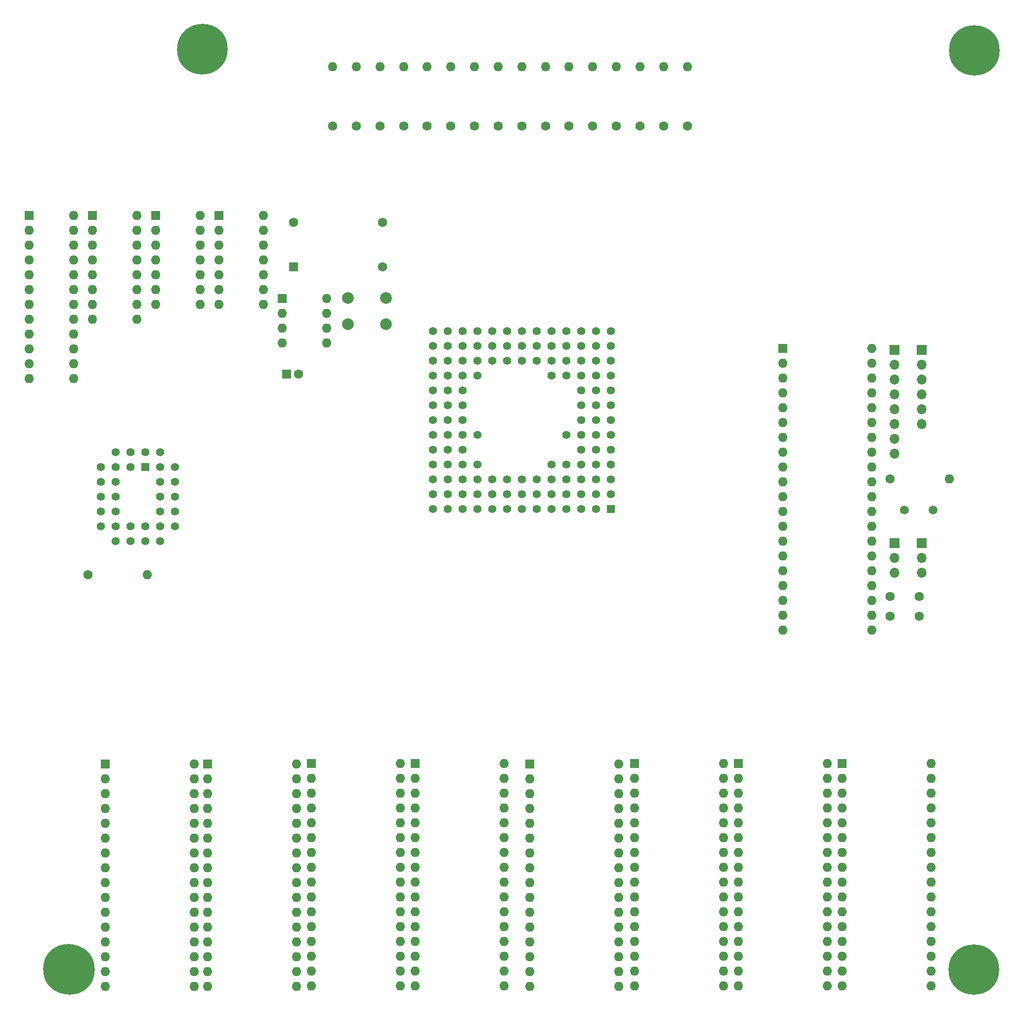
<source format=gbl>
%TF.GenerationSoftware,KiCad,Pcbnew,7.0.10*%
%TF.CreationDate,2024-01-18T14:13:19+02:00*%
%TF.ProjectId,jox030,6a6f7830-3330-42e6-9b69-6361645f7063,rev?*%
%TF.SameCoordinates,Original*%
%TF.FileFunction,Copper,L2,Bot*%
%TF.FilePolarity,Positive*%
%FSLAX46Y46*%
G04 Gerber Fmt 4.6, Leading zero omitted, Abs format (unit mm)*
G04 Created by KiCad (PCBNEW 7.0.10) date 2024-01-18 14:13:19*
%MOMM*%
%LPD*%
G01*
G04 APERTURE LIST*
%TA.AperFunction,ComponentPad*%
%ADD10C,1.500000*%
%TD*%
%TA.AperFunction,ComponentPad*%
%ADD11R,1.600000X1.600000*%
%TD*%
%TA.AperFunction,ComponentPad*%
%ADD12O,1.600000X1.600000*%
%TD*%
%TA.AperFunction,ComponentPad*%
%ADD13R,1.397000X1.397000*%
%TD*%
%TA.AperFunction,ComponentPad*%
%ADD14C,1.397000*%
%TD*%
%TA.AperFunction,ComponentPad*%
%ADD15C,1.600000*%
%TD*%
%TA.AperFunction,ComponentPad*%
%ADD16R,1.700000X1.700000*%
%TD*%
%TA.AperFunction,ComponentPad*%
%ADD17O,1.700000X1.700000*%
%TD*%
%TA.AperFunction,ComponentPad*%
%ADD18R,1.422400X1.422400*%
%TD*%
%TA.AperFunction,ComponentPad*%
%ADD19C,1.422400*%
%TD*%
%TA.AperFunction,ComponentPad*%
%ADD20C,0.900000*%
%TD*%
%TA.AperFunction,ComponentPad*%
%ADD21C,8.600000*%
%TD*%
%TA.AperFunction,ComponentPad*%
%ADD22C,2.000000*%
%TD*%
G04 APERTURE END LIST*
D10*
%TO.P,Y1,1,1*%
%TO.N,Net-(U16-X2)*%
X168170000Y-98820000D03*
%TO.P,Y1,2,2*%
%TO.N,Net-(U16-X1{slash}CLK)*%
X173070000Y-98820000D03*
%TD*%
D11*
%TO.P,U16,1,RS1*%
%TO.N,/A0*%
X147320000Y-71120000D03*
D12*
%TO.P,U16,2,IP3*%
%TO.N,Net-(J2-Pin_4)*%
X147320000Y-73660000D03*
%TO.P,U16,3,RS2*%
%TO.N,/A1*%
X147320000Y-76200000D03*
%TO.P,U16,4,IP1*%
%TO.N,Net-(J2-Pin_2)*%
X147320000Y-78740000D03*
%TO.P,U16,5,RS3*%
%TO.N,/A2*%
X147320000Y-81280000D03*
%TO.P,U16,6,RS4*%
%TO.N,/A3*%
X147320000Y-83820000D03*
%TO.P,U16,7,IP0*%
%TO.N,Net-(J2-Pin_1)*%
X147320000Y-86360000D03*
%TO.P,U16,8,R/W*%
%TO.N,/R\u002C~{W}*%
X147320000Y-88900000D03*
%TO.P,U16,9,DTACK*%
%TO.N,/{slash}UDTACK*%
X147320000Y-91440000D03*
%TO.P,U16,10,RXDB*%
%TO.N,Net-(J4-Pin_2)*%
X147320000Y-93980000D03*
%TO.P,U16,11,TXDB*%
%TO.N,Net-(J4-Pin_1)*%
X147320000Y-96520000D03*
%TO.P,U16,12,OP1*%
%TO.N,Net-(J1-Pin_2)*%
X147320000Y-99060000D03*
%TO.P,U16,13,OP3*%
%TO.N,Net-(J1-Pin_4)*%
X147320000Y-101600000D03*
%TO.P,U16,14,OP5*%
%TO.N,Net-(J1-Pin_6)*%
X147320000Y-104140000D03*
%TO.P,U16,15,OP7*%
%TO.N,Net-(J1-Pin_8)*%
X147320000Y-106680000D03*
%TO.P,U16,16,D1*%
%TO.N,/D25*%
X147320000Y-109220000D03*
%TO.P,U16,17,D3*%
%TO.N,/D27*%
X147320000Y-111760000D03*
%TO.P,U16,18,D5*%
%TO.N,/D29*%
X147320000Y-114300000D03*
%TO.P,U16,19,D7*%
%TO.N,/D31*%
X147320000Y-116840000D03*
%TO.P,U16,20,GND*%
%TO.N,GND*%
X147320000Y-119380000D03*
%TO.P,U16,21,IRQ*%
%TO.N,/{slash}INT5*%
X162560000Y-119380000D03*
%TO.P,U16,22,D6*%
%TO.N,/D30*%
X162560000Y-116840000D03*
%TO.P,U16,23,D4*%
%TO.N,/D28*%
X162560000Y-114300000D03*
%TO.P,U16,24,D2*%
%TO.N,/D26*%
X162560000Y-111760000D03*
%TO.P,U16,25,D0*%
%TO.N,/D24*%
X162560000Y-109220000D03*
%TO.P,U16,26,OP6*%
%TO.N,Net-(J1-Pin_7)*%
X162560000Y-106680000D03*
%TO.P,U16,27,OP4*%
%TO.N,Net-(J1-Pin_5)*%
X162560000Y-104140000D03*
%TO.P,U16,28,OP2*%
%TO.N,Net-(J1-Pin_3)*%
X162560000Y-101600000D03*
%TO.P,U16,29,OP0*%
%TO.N,Net-(J1-Pin_1)*%
X162560000Y-99060000D03*
%TO.P,U16,30,TXDA*%
%TO.N,Net-(J3-Pin_1)*%
X162560000Y-96520000D03*
%TO.P,U16,31,RXDA*%
%TO.N,Net-(J3-Pin_2)*%
X162560000Y-93980000D03*
%TO.P,U16,32,X1/CLK*%
%TO.N,Net-(U16-X1{slash}CLK)*%
X162560000Y-91440000D03*
%TO.P,U16,33,X2*%
%TO.N,Net-(U16-X2)*%
X162560000Y-88900000D03*
%TO.P,U16,34,RESET*%
%TO.N,/~{RST}*%
X162560000Y-86360000D03*
%TO.P,U16,35,CS*%
%TO.N,/DUART*%
X162560000Y-83820000D03*
%TO.P,U16,36,IP2*%
%TO.N,Net-(J2-Pin_3)*%
X162560000Y-81280000D03*
%TO.P,U16,37,IACK*%
%TO.N,Net-(U16-IACK)*%
X162560000Y-78740000D03*
%TO.P,U16,38,IP5*%
%TO.N,Net-(J2-Pin_6)*%
X162560000Y-76200000D03*
%TO.P,U16,39,IP4*%
%TO.N,Net-(J2-Pin_5)*%
X162560000Y-73660000D03*
%TO.P,U16,40,VCC*%
%TO.N,+5V*%
X162560000Y-71120000D03*
%TD*%
D13*
%TO.P,U1,A1,BR*%
%TO.N,Net-(U1-BR)*%
X117892000Y-98620000D03*
D14*
%TO.P,U1,A2,A0*%
%TO.N,/A0*%
X115352000Y-98620000D03*
%TO.P,U1,A3,A30*%
%TO.N,/A30*%
X112812000Y-98620000D03*
%TO.P,U1,A4,A28*%
%TO.N,/A28*%
X110272000Y-98620000D03*
%TO.P,U1,A5,A26*%
%TO.N,/A26*%
X107732000Y-98620000D03*
%TO.P,U1,A6,A24*%
%TO.N,/A24*%
X105192000Y-98620000D03*
%TO.P,U1,A7,A23*%
%TO.N,/A23*%
X102652000Y-98620000D03*
%TO.P,U1,A8,A21*%
%TO.N,/A21*%
X100112000Y-98620000D03*
%TO.P,U1,A9,A19*%
%TO.N,/A19*%
X97572000Y-98620000D03*
%TO.P,U1,A10,A17*%
%TO.N,/A17*%
X95032000Y-98620000D03*
%TO.P,U1,A11,A15*%
%TO.N,/A15*%
X92492000Y-98620000D03*
%TO.P,U1,A12,A13*%
%TO.N,/A13*%
X89952000Y-98620000D03*
%TO.P,U1,A13,A10*%
%TO.N,/A10*%
X87412000Y-98620000D03*
%TO.P,U1,B1,RMC*%
%TO.N,unconnected-(U1-RMC-PadB1)*%
X117892000Y-96080000D03*
%TO.P,U1,B2,BG*%
%TO.N,unconnected-(U1-BG-PadB2)*%
X115352000Y-96080000D03*
%TO.P,U1,B3,A31*%
%TO.N,/A31*%
X112812000Y-96080000D03*
%TO.P,U1,B4,A29*%
%TO.N,/A29*%
X110272000Y-96080000D03*
%TO.P,U1,B5,A27*%
%TO.N,/A27*%
X107732000Y-96080000D03*
%TO.P,U1,B6,A25*%
%TO.N,/A25*%
X105192000Y-96080000D03*
%TO.P,U1,B7,A22*%
%TO.N,/A22*%
X102652000Y-96080000D03*
%TO.P,U1,B8,A20*%
%TO.N,/A20*%
X100112000Y-96080000D03*
%TO.P,U1,B9,A16*%
%TO.N,/A16*%
X97572000Y-96080000D03*
%TO.P,U1,B10,A14*%
%TO.N,/A14*%
X95032000Y-96080000D03*
%TO.P,U1,B11,A12*%
%TO.N,/A12*%
X92492000Y-96080000D03*
%TO.P,U1,B12,A8*%
%TO.N,/A8*%
X89952000Y-96080000D03*
%TO.P,U1,B13,A7*%
%TO.N,/A7*%
X87412000Y-96080000D03*
%TO.P,U1,C1,FC1*%
%TO.N,Net-(U1-FC1)*%
X117892000Y-93540000D03*
%TO.P,U1,C2,CIOUT*%
%TO.N,unconnected-(U1-CIOUT-PadC2)*%
X115352000Y-93540000D03*
%TO.P,U1,C3,BGACK*%
%TO.N,Net-(U1-BGACK)*%
X112812000Y-93540000D03*
%TO.P,U1,C4,A1*%
%TO.N,/A1*%
X110272000Y-93540000D03*
%TO.P,U1,C5,GND*%
%TO.N,GND*%
X107732000Y-93540000D03*
%TO.P,U1,C6,VCC*%
%TO.N,+5V*%
X105192000Y-93540000D03*
%TO.P,U1,C7,GND*%
%TO.N,GND*%
X102652000Y-93540000D03*
%TO.P,U1,C8,A18*%
%TO.N,/A18*%
X100112000Y-93540000D03*
%TO.P,U1,C9,GND*%
%TO.N,GND*%
X97572000Y-93540000D03*
%TO.P,U1,C10,A11*%
%TO.N,/A11*%
X95032000Y-93540000D03*
%TO.P,U1,C11,A9*%
%TO.N,/A9*%
X92492000Y-93540000D03*
%TO.P,U1,C12,A5*%
%TO.N,/A5*%
X89952000Y-93540000D03*
%TO.P,U1,C13,A4*%
%TO.N,/A4*%
X87412000Y-93540000D03*
%TO.P,U1,D1,FC2*%
%TO.N,Net-(U1-FC2)*%
X117892000Y-91000000D03*
%TO.P,U1,D2,FC0*%
%TO.N,Net-(U1-FC0)*%
X115352000Y-91000000D03*
%TO.P,U1,D3,OCS*%
%TO.N,unconnected-(U1-OCS-PadD3)*%
X112812000Y-91000000D03*
%TO.P,U1,D4,VCC*%
%TO.N,+5V*%
X110272000Y-91000000D03*
%TO.P,U1,D5,NC*%
%TO.N,unconnected-(U1-NC-PadD5)*%
X107732000Y-91000000D03*
%TO.P,U1,D10,VCC*%
%TO.N,+5V*%
X95032000Y-91000000D03*
%TO.P,U1,D11,A6*%
%TO.N,/A6*%
X92492000Y-91000000D03*
%TO.P,U1,D12,A3*%
%TO.N,/A3*%
X89952000Y-91000000D03*
%TO.P,U1,D13,A2*%
%TO.N,/A2*%
X87412000Y-91000000D03*
%TO.P,U1,E1,CLK*%
%TO.N,Net-(U1-CLK)*%
X117892000Y-88460000D03*
%TO.P,U1,E2,AVEC*%
%TO.N,Net-(U1-AVEC)*%
X115352000Y-88460000D03*
%TO.P,U1,E3,GND*%
%TO.N,GND*%
X112812000Y-88460000D03*
%TO.P,U1,E11,GND*%
X92492000Y-88460000D03*
%TO.P,U1,E12,NC*%
%TO.N,unconnected-(U1-NC-PadE12)*%
X89952000Y-88460000D03*
%TO.P,U1,E13,IPEND*%
%TO.N,unconnected-(U1-IPEND-PadE13)*%
X87412000Y-88460000D03*
%TO.P,U1,F1,DSACK0*%
%TO.N,unconnected-(U1-DSACK0-PadF1)*%
X117892000Y-85920000D03*
%TO.P,U1,F2,VCC*%
%TO.N,+5V*%
X115352000Y-85920000D03*
%TO.P,U1,F3,GND*%
%TO.N,GND*%
X112812000Y-85920000D03*
%TO.P,U1,F4,NC*%
%TO.N,unconnected-(U1-NC-PadF4)*%
X110272000Y-85920000D03*
%TO.P,U1,F10,NC*%
%TO.N,unconnected-(U1-NC-PadF10)*%
X95032000Y-85920000D03*
%TO.P,U1,F11,VCC*%
%TO.N,+5V*%
X92492000Y-85920000D03*
%TO.P,U1,F12,RESET*%
%TO.N,/~{RST}*%
X89952000Y-85920000D03*
%TO.P,U1,F13,MMUDIS*%
%TO.N,Net-(U1-MMUDIS)*%
X87412000Y-85920000D03*
%TO.P,U1,G1,STERM*%
%TO.N,Net-(U1-STERM)*%
X117892000Y-83380000D03*
%TO.P,U1,G2,DSACK1*%
%TO.N,unconnected-(U1-DSACK1-PadG2)*%
X115352000Y-83380000D03*
%TO.P,U1,G3,GND*%
%TO.N,GND*%
X112812000Y-83380000D03*
%TO.P,U1,G11,GND*%
X92492000Y-83380000D03*
%TO.P,U1,G12,IPL2*%
%TO.N,/~{IPL2}*%
X89952000Y-83380000D03*
%TO.P,U1,G13,IPL1*%
%TO.N,/~{IPL1}*%
X87412000Y-83380000D03*
%TO.P,U1,H1,BERR*%
%TO.N,unconnected-(U1-BERR-PadH1)*%
X117892000Y-80840000D03*
%TO.P,U1,H2,HALT*%
%TO.N,Net-(U1-HALT)*%
X115352000Y-80840000D03*
%TO.P,U1,H3,VCC*%
%TO.N,+5V*%
X112812000Y-80840000D03*
%TO.P,U1,H11,VCC*%
X92492000Y-80840000D03*
%TO.P,U1,H12,CDIS*%
%TO.N,Net-(U1-CDIS)*%
X89952000Y-80840000D03*
%TO.P,U1,H13,IPL0*%
%TO.N,/~{IPL0}*%
X87412000Y-80840000D03*
%TO.P,U1,J1,CBACK*%
%TO.N,Net-(U1-CBACK)*%
X117892000Y-78300000D03*
%TO.P,U1,J2,AS*%
%TO.N,unconnected-(U1-AS-PadJ2)*%
X115352000Y-78300000D03*
%TO.P,U1,J3,GND*%
%TO.N,GND*%
X112812000Y-78300000D03*
%TO.P,U1,J11,GND*%
X92492000Y-78300000D03*
%TO.P,U1,J12,STATUS*%
%TO.N,unconnected-(U1-STATUS-PadJ12)*%
X89952000Y-78300000D03*
%TO.P,U1,J13,REFILL*%
%TO.N,unconnected-(U1-REFILL-PadJ13)*%
X87412000Y-78300000D03*
%TO.P,U1,K1,CBREQ*%
%TO.N,unconnected-(U1-CBREQ-PadK1)*%
X117892000Y-75760000D03*
%TO.P,U1,K2,DS*%
%TO.N,/{slash}DS*%
X115352000Y-75760000D03*
%TO.P,U1,K3,SIZ1*%
%TO.N,/SIZ1*%
X112812000Y-75760000D03*
%TO.P,U1,K4,VCC*%
%TO.N,+5V*%
X110272000Y-75760000D03*
%TO.P,U1,K5,NC*%
%TO.N,unconnected-(U1-NC-PadK5)*%
X107732000Y-75760000D03*
%TO.P,U1,K10,VCC*%
%TO.N,+5V*%
X95032000Y-75760000D03*
%TO.P,U1,K11,D5*%
%TO.N,/D5*%
X92492000Y-75760000D03*
%TO.P,U1,K12,D1*%
%TO.N,/D1*%
X89952000Y-75760000D03*
%TO.P,U1,K13,D0*%
%TO.N,/D0*%
X87412000Y-75760000D03*
%TO.P,U1,L1,CIIN*%
%TO.N,Net-(U1-CIIN)*%
X117892000Y-73220000D03*
%TO.P,U1,L2,SIZ0*%
%TO.N,/SIZ0*%
X115352000Y-73220000D03*
%TO.P,U1,L3,R/W*%
%TO.N,/R{slash}W*%
X112812000Y-73220000D03*
%TO.P,U1,L4,D30*%
%TO.N,/D30*%
X110272000Y-73220000D03*
%TO.P,U1,L5,GND*%
%TO.N,GND*%
X107732000Y-73220000D03*
%TO.P,U1,L6,VCC*%
%TO.N,+5V*%
X105192000Y-73220000D03*
%TO.P,U1,L7,GND*%
%TO.N,GND*%
X102652000Y-73220000D03*
%TO.P,U1,L8,GND*%
X100112000Y-73220000D03*
%TO.P,U1,L9,GND*%
X97572000Y-73220000D03*
%TO.P,U1,L10,D10*%
%TO.N,/D10*%
X95032000Y-73220000D03*
%TO.P,U1,L11,D7*%
%TO.N,/D7*%
X92492000Y-73220000D03*
%TO.P,U1,L12,D4*%
%TO.N,/D4*%
X89952000Y-73220000D03*
%TO.P,U1,L13,D2*%
%TO.N,/D2*%
X87412000Y-73220000D03*
%TO.P,U1,M1,DBEN*%
%TO.N,unconnected-(U1-DBEN-PadM1)*%
X117892000Y-70680000D03*
%TO.P,U1,M2,ECS*%
%TO.N,unconnected-(U1-ECS-PadM2)*%
X115352000Y-70680000D03*
%TO.P,U1,M3,D29*%
%TO.N,/D29*%
X112812000Y-70680000D03*
%TO.P,U1,M4,D27*%
%TO.N,/D27*%
X110272000Y-70680000D03*
%TO.P,U1,M5,D24*%
%TO.N,/D24*%
X107732000Y-70680000D03*
%TO.P,U1,M6,D22*%
%TO.N,/D22*%
X105192000Y-70680000D03*
%TO.P,U1,M7,D20*%
%TO.N,/D20*%
X102652000Y-70680000D03*
%TO.P,U1,M8,D17*%
%TO.N,/D17*%
X100112000Y-70680000D03*
%TO.P,U1,M9,D14*%
%TO.N,/D14*%
X97572000Y-70680000D03*
%TO.P,U1,M10,D12*%
%TO.N,/D12*%
X95032000Y-70680000D03*
%TO.P,U1,M11,D9*%
%TO.N,/D9*%
X92492000Y-70680000D03*
%TO.P,U1,M12,D6*%
%TO.N,/D6*%
X89952000Y-70680000D03*
%TO.P,U1,M13,D3*%
%TO.N,/D3*%
X87412000Y-70680000D03*
%TO.P,U1,N1,D31*%
%TO.N,/D31*%
X117892000Y-68140000D03*
%TO.P,U1,N2,D28*%
%TO.N,/D28*%
X115352000Y-68140000D03*
%TO.P,U1,N3,D26*%
%TO.N,/D26*%
X112812000Y-68140000D03*
%TO.P,U1,N4,D25*%
%TO.N,/D25*%
X110272000Y-68140000D03*
%TO.P,U1,N5,D23*%
%TO.N,/D23*%
X107732000Y-68140000D03*
%TO.P,U1,N6,D21*%
%TO.N,/D21*%
X105192000Y-68140000D03*
%TO.P,U1,N7,D19*%
%TO.N,/D19*%
X102652000Y-68140000D03*
%TO.P,U1,N8,D18*%
%TO.N,/D18*%
X100112000Y-68140000D03*
%TO.P,U1,N9,D16*%
%TO.N,/D16*%
X97572000Y-68140000D03*
%TO.P,U1,N10,D15*%
%TO.N,/D15*%
X95032000Y-68140000D03*
%TO.P,U1,N11,D13*%
%TO.N,/D13*%
X92492000Y-68140000D03*
%TO.P,U1,N12,D11*%
%TO.N,/D11*%
X89952000Y-68140000D03*
%TO.P,U1,N13,D8*%
%TO.N,/D8*%
X87412000Y-68140000D03*
%TD*%
D15*
%TO.P,R18,1*%
%TO.N,+5V*%
X165720000Y-93470000D03*
D12*
%TO.P,R18,2*%
%TO.N,Net-(U16-IACK)*%
X175880000Y-93470000D03*
%TD*%
D16*
%TO.P,J4,1,Pin_1*%
%TO.N,Net-(J4-Pin_1)*%
X171120000Y-104470000D03*
D17*
%TO.P,J4,2,Pin_2*%
%TO.N,Net-(J4-Pin_2)*%
X171120000Y-107010000D03*
%TO.P,J4,3,Pin_3*%
%TO.N,GND*%
X171120000Y-109550000D03*
%TD*%
D16*
%TO.P,J3,1,Pin_1*%
%TO.N,Net-(J3-Pin_1)*%
X166470000Y-104470000D03*
D17*
%TO.P,J3,2,Pin_2*%
%TO.N,Net-(J3-Pin_2)*%
X166470000Y-107010000D03*
%TO.P,J3,3,Pin_3*%
%TO.N,GND*%
X166470000Y-109550000D03*
%TD*%
D16*
%TO.P,J2,1,Pin_1*%
%TO.N,Net-(J2-Pin_1)*%
X171120000Y-71370000D03*
D17*
%TO.P,J2,2,Pin_2*%
%TO.N,Net-(J2-Pin_2)*%
X171120000Y-73910000D03*
%TO.P,J2,3,Pin_3*%
%TO.N,Net-(J2-Pin_3)*%
X171120000Y-76450000D03*
%TO.P,J2,4,Pin_4*%
%TO.N,Net-(J2-Pin_4)*%
X171120000Y-78990000D03*
%TO.P,J2,5,Pin_5*%
%TO.N,Net-(J2-Pin_5)*%
X171120000Y-81530000D03*
%TO.P,J2,6,Pin_6*%
%TO.N,Net-(J2-Pin_6)*%
X171120000Y-84070000D03*
%TD*%
D16*
%TO.P,J1,1,Pin_1*%
%TO.N,Net-(J1-Pin_1)*%
X166470000Y-71370000D03*
D17*
%TO.P,J1,2,Pin_2*%
%TO.N,Net-(J1-Pin_2)*%
X166470000Y-73910000D03*
%TO.P,J1,3,Pin_3*%
%TO.N,Net-(J1-Pin_3)*%
X166470000Y-76450000D03*
%TO.P,J1,4,Pin_4*%
%TO.N,Net-(J1-Pin_4)*%
X166470000Y-78990000D03*
%TO.P,J1,5,Pin_5*%
%TO.N,Net-(J1-Pin_5)*%
X166470000Y-81530000D03*
%TO.P,J1,6,Pin_6*%
%TO.N,Net-(J1-Pin_6)*%
X166470000Y-84070000D03*
%TO.P,J1,7,Pin_7*%
%TO.N,Net-(J1-Pin_7)*%
X166470000Y-86610000D03*
%TO.P,J1,8,Pin_8*%
%TO.N,Net-(J1-Pin_8)*%
X166470000Y-89150000D03*
%TD*%
D15*
%TO.P,C3,1*%
%TO.N,Net-(U16-X2)*%
X165720000Y-117020000D03*
%TO.P,C3,2*%
%TO.N,GND*%
X170720000Y-117020000D03*
%TD*%
%TO.P,C2,1*%
%TO.N,Net-(U16-X1{slash}CLK)*%
X165720000Y-113570000D03*
%TO.P,C2,2*%
%TO.N,GND*%
X170720000Y-113570000D03*
%TD*%
D18*
%TO.P,U14,1,A18*%
%TO.N,/A18*%
X38100000Y-91440000D03*
D19*
%TO.P,U14,2,A16*%
%TO.N,/A16*%
X35560000Y-88900000D03*
%TO.P,U14,3,A15*%
%TO.N,/A15*%
X35560000Y-91440000D03*
%TO.P,U14,4,A12*%
%TO.N,/A12*%
X33020000Y-88900000D03*
%TO.P,U14,5,A7*%
%TO.N,/A7*%
X30480000Y-91440000D03*
%TO.P,U14,6,A6*%
%TO.N,/A6*%
X33020000Y-91440000D03*
%TO.P,U14,7,A5*%
%TO.N,/A5*%
X30480000Y-93980000D03*
%TO.P,U14,8,A4*%
%TO.N,/A4*%
X33020000Y-93980000D03*
%TO.P,U14,9,A3*%
%TO.N,/A3*%
X30480000Y-96520000D03*
%TO.P,U14,10,A2*%
%TO.N,/A2*%
X33020000Y-96520000D03*
%TO.P,U14,11,A1*%
%TO.N,/A1*%
X30480000Y-99060000D03*
%TO.P,U14,12,A0*%
%TO.N,/A0*%
X33020000Y-99060000D03*
%TO.P,U14,13,D0*%
%TO.N,/D24*%
X30480000Y-101600000D03*
%TO.P,U14,14,D1*%
%TO.N,/D25*%
X33020000Y-104140000D03*
%TO.P,U14,15,D2*%
%TO.N,/D26*%
X33020000Y-101600000D03*
%TO.P,U14,16,GND*%
%TO.N,GND*%
X35560000Y-104140000D03*
%TO.P,U14,17,D3*%
%TO.N,/D27*%
X35560000Y-101600000D03*
%TO.P,U14,18,D4*%
%TO.N,/D28*%
X38100000Y-104140000D03*
%TO.P,U14,19,D5*%
%TO.N,/D29*%
X38100000Y-101600000D03*
%TO.P,U14,20,D6*%
%TO.N,/D30*%
X40640000Y-104140000D03*
%TO.P,U14,21,D7*%
%TO.N,/D31*%
X43180000Y-101600000D03*
%TO.P,U14,22,CE*%
%TO.N,/{slash}ROM*%
X40640000Y-101600000D03*
%TO.P,U14,23,A10*%
%TO.N,/A10*%
X43180000Y-99060000D03*
%TO.P,U14,24,OE*%
%TO.N,/{slash}R*%
X40640000Y-99060000D03*
%TO.P,U14,25,A11*%
%TO.N,/A11*%
X43180000Y-96520000D03*
%TO.P,U14,26,A9*%
%TO.N,/A9*%
X40640000Y-96520000D03*
%TO.P,U14,27,A8*%
%TO.N,/A8*%
X43180000Y-93980000D03*
%TO.P,U14,28,A13*%
%TO.N,/A13*%
X40640000Y-93980000D03*
%TO.P,U14,29,A14*%
%TO.N,/A14*%
X43180000Y-91440000D03*
%TO.P,U14,30,A17*%
%TO.N,/A17*%
X40640000Y-88900000D03*
%TO.P,U14,31,PGM*%
%TO.N,/{slash}UUW*%
X40640000Y-91440000D03*
%TO.P,U14,32,VCC*%
%TO.N,+5V*%
X38100000Y-88900000D03*
%TD*%
D15*
%TO.P,R17,1*%
%TO.N,+5V*%
X28350000Y-109870000D03*
D12*
%TO.P,R17,2*%
%TO.N,Net-(U1-STERM)*%
X38510000Y-109870000D03*
%TD*%
D20*
%TO.P,H1,1*%
%TO.N,N/C*%
X21926581Y-177540419D03*
X22871162Y-175260000D03*
X22871162Y-179820838D03*
X25151581Y-174315419D03*
D21*
X25151581Y-177540419D03*
D20*
X25151581Y-180765419D03*
X27432000Y-175260000D03*
X27432000Y-179820838D03*
X28376581Y-177540419D03*
%TD*%
%TO.P,H2,1*%
%TO.N,N/C*%
X176866581Y-177540419D03*
X177811162Y-175260000D03*
X177811162Y-179820838D03*
X180091581Y-174315419D03*
D21*
X180091581Y-177540419D03*
D20*
X180091581Y-180765419D03*
X182372000Y-175260000D03*
X182372000Y-179820838D03*
X183316581Y-177540419D03*
%TD*%
D11*
%TO.P,X1,1,EN*%
%TO.N,+5V*%
X63500000Y-57150000D03*
D15*
%TO.P,X1,7,GND*%
%TO.N,GND*%
X78740000Y-57150000D03*
%TO.P,X1,8,OUT*%
%TO.N,Net-(U1-CLK)*%
X78740000Y-49530000D03*
%TO.P,X1,14,Vcc*%
%TO.N,+5V*%
X63500000Y-49530000D03*
%TD*%
D11*
%TO.P,U22,1,OD/CLK*%
%TO.N,unconnected-(U22-OD{slash}CLK-Pad1)*%
X18220000Y-48290000D03*
D12*
%TO.P,U22,2,I0*%
%TO.N,/SIZ0*%
X18220000Y-50830000D03*
%TO.P,U22,3,I1*%
%TO.N,/SIZ1*%
X18220000Y-53370000D03*
%TO.P,U22,4,I2*%
%TO.N,/A0*%
X18220000Y-55910000D03*
%TO.P,U22,5,I3*%
%TO.N,/A1*%
X18220000Y-58450000D03*
%TO.P,U22,6,I4*%
%TO.N,/R{slash}W*%
X18220000Y-60990000D03*
%TO.P,U22,7,I5*%
%TO.N,/{slash}DS*%
X18220000Y-63530000D03*
%TO.P,U22,8,I6*%
%TO.N,unconnected-(U22-I6-Pad8)*%
X18220000Y-66070000D03*
%TO.P,U22,9,I7*%
%TO.N,unconnected-(U22-I7-Pad9)*%
X18220000Y-68610000D03*
%TO.P,U22,10,I8*%
%TO.N,unconnected-(U22-I8-Pad10)*%
X18220000Y-71150000D03*
%TO.P,U22,11,I9*%
%TO.N,unconnected-(U22-I9-Pad11)*%
X18220000Y-73690000D03*
%TO.P,U22,12,GND*%
%TO.N,GND*%
X18220000Y-76230000D03*
%TO.P,U22,13,CLK/OD*%
%TO.N,unconnected-(U22-CLK{slash}OD-Pad13)*%
X25840000Y-76230000D03*
%TO.P,U22,14,LR/O4*%
%TO.N,unconnected-(U22-LR{slash}O4-Pad14)*%
X25840000Y-73690000D03*
%TO.P,U22,15,A0/O3*%
%TO.N,unconnected-(U22-A0{slash}O3-Pad15)*%
X25840000Y-71150000D03*
%TO.P,U22,16,A1/O2*%
%TO.N,unconnected-(U22-A1{slash}O2-Pad16)*%
X25840000Y-68610000D03*
%TO.P,U22,17,A2/O1*%
%TO.N,/{slash}R*%
X25840000Y-66070000D03*
%TO.P,U22,18,NC/O0*%
%TO.N,/{slash}LW*%
X25840000Y-63530000D03*
%TO.P,U22,19,O4/NC*%
%TO.N,/{slash}UW*%
X25840000Y-60990000D03*
%TO.P,U22,20,O3/A2*%
%TO.N,/{slash}LLW*%
X25840000Y-58450000D03*
%TO.P,U22,21,O2/A1*%
%TO.N,/{slash}LMW*%
X25840000Y-55910000D03*
%TO.P,U22,22,O1/A0*%
%TO.N,/{slash}UMW*%
X25840000Y-53370000D03*
%TO.P,U22,23,O0/LR*%
%TO.N,/{slash}UUW*%
X25840000Y-50830000D03*
%TO.P,U22,24,VCC*%
%TO.N,+5V*%
X25840000Y-48290000D03*
%TD*%
D11*
%TO.P,U13,1,A18*%
%TO.N,/A20*%
X157480000Y-142240000D03*
D12*
%TO.P,U13,2,A16*%
%TO.N,/A18*%
X157480000Y-144780000D03*
%TO.P,U13,3,A14*%
%TO.N,/A16*%
X157480000Y-147320000D03*
%TO.P,U13,4,A12*%
%TO.N,/A14*%
X157480000Y-149860000D03*
%TO.P,U13,5,A7*%
%TO.N,/A9*%
X157480000Y-152400000D03*
%TO.P,U13,6,A6*%
%TO.N,/A8*%
X157480000Y-154940000D03*
%TO.P,U13,7,A5*%
%TO.N,/A7*%
X157480000Y-157480000D03*
%TO.P,U13,8,A4*%
%TO.N,/A6*%
X157480000Y-160020000D03*
%TO.P,U13,9,A3*%
%TO.N,/A5*%
X157480000Y-162560000D03*
%TO.P,U13,10,A2*%
%TO.N,/A4*%
X157480000Y-165100000D03*
%TO.P,U13,11,A1*%
%TO.N,/A3*%
X157480000Y-167640000D03*
%TO.P,U13,12,A0*%
%TO.N,/A2*%
X157480000Y-170180000D03*
%TO.P,U13,13,DQ0*%
%TO.N,/D8*%
X157480000Y-172720000D03*
%TO.P,U13,14,DQ1*%
%TO.N,/D9*%
X157480000Y-175260000D03*
%TO.P,U13,15,DQ2*%
%TO.N,/D10*%
X157480000Y-177800000D03*
%TO.P,U13,16,VSS*%
%TO.N,GND*%
X157480000Y-180340000D03*
%TO.P,U13,17,DQ3*%
%TO.N,/D11*%
X172720000Y-180340000D03*
%TO.P,U13,18,DQ4*%
%TO.N,/D12*%
X172720000Y-177800000D03*
%TO.P,U13,19,DQ5*%
%TO.N,/D13*%
X172720000Y-175260000D03*
%TO.P,U13,20,DQ6*%
%TO.N,/D14*%
X172720000Y-172720000D03*
%TO.P,U13,21,DQ7*%
%TO.N,/D15*%
X172720000Y-170180000D03*
%TO.P,U13,22,CE#*%
%TO.N,/{slash}B1*%
X172720000Y-167640000D03*
%TO.P,U13,23,A10*%
%TO.N,/A12*%
X172720000Y-165100000D03*
%TO.P,U13,24,OE#*%
%TO.N,/{slash}R*%
X172720000Y-162560000D03*
%TO.P,U13,25,A11*%
%TO.N,/A13*%
X172720000Y-160020000D03*
%TO.P,U13,26,A9*%
%TO.N,/A11*%
X172720000Y-157480000D03*
%TO.P,U13,27,A8*%
%TO.N,/A10*%
X172720000Y-154940000D03*
%TO.P,U13,28,A13*%
%TO.N,/A15*%
X172720000Y-152400000D03*
%TO.P,U13,29,WE#*%
%TO.N,/{slash}LMW*%
X172720000Y-149860000D03*
%TO.P,U13,30,A17*%
%TO.N,/A19*%
X172720000Y-147320000D03*
%TO.P,U13,31,A15*%
%TO.N,/A17*%
X172720000Y-144780000D03*
%TO.P,U13,32,VCC*%
%TO.N,+5V*%
X172720000Y-142240000D03*
%TD*%
D11*
%TO.P,U12,1,A18*%
%TO.N,/A20*%
X139700000Y-142240000D03*
D12*
%TO.P,U12,2,A16*%
%TO.N,/A18*%
X139700000Y-144780000D03*
%TO.P,U12,3,A14*%
%TO.N,/A16*%
X139700000Y-147320000D03*
%TO.P,U12,4,A12*%
%TO.N,/A14*%
X139700000Y-149860000D03*
%TO.P,U12,5,A7*%
%TO.N,/A9*%
X139700000Y-152400000D03*
%TO.P,U12,6,A6*%
%TO.N,/A8*%
X139700000Y-154940000D03*
%TO.P,U12,7,A5*%
%TO.N,/A7*%
X139700000Y-157480000D03*
%TO.P,U12,8,A4*%
%TO.N,/A6*%
X139700000Y-160020000D03*
%TO.P,U12,9,A3*%
%TO.N,/A5*%
X139700000Y-162560000D03*
%TO.P,U12,10,A2*%
%TO.N,/A4*%
X139700000Y-165100000D03*
%TO.P,U12,11,A1*%
%TO.N,/A3*%
X139700000Y-167640000D03*
%TO.P,U12,12,A0*%
%TO.N,/A2*%
X139700000Y-170180000D03*
%TO.P,U12,13,DQ0*%
%TO.N,/D0*%
X139700000Y-172720000D03*
%TO.P,U12,14,DQ1*%
%TO.N,/D1*%
X139700000Y-175260000D03*
%TO.P,U12,15,DQ2*%
%TO.N,/D2*%
X139700000Y-177800000D03*
%TO.P,U12,16,VSS*%
%TO.N,GND*%
X139700000Y-180340000D03*
%TO.P,U12,17,DQ3*%
%TO.N,/D3*%
X154940000Y-180340000D03*
%TO.P,U12,18,DQ4*%
%TO.N,/D4*%
X154940000Y-177800000D03*
%TO.P,U12,19,DQ5*%
%TO.N,/D5*%
X154940000Y-175260000D03*
%TO.P,U12,20,DQ6*%
%TO.N,/D6*%
X154940000Y-172720000D03*
%TO.P,U12,21,DQ7*%
%TO.N,/D7*%
X154940000Y-170180000D03*
%TO.P,U12,22,CE#*%
%TO.N,/{slash}B1*%
X154940000Y-167640000D03*
%TO.P,U12,23,A10*%
%TO.N,/A12*%
X154940000Y-165100000D03*
%TO.P,U12,24,OE#*%
%TO.N,/{slash}R*%
X154940000Y-162560000D03*
%TO.P,U12,25,A11*%
%TO.N,/A13*%
X154940000Y-160020000D03*
%TO.P,U12,26,A9*%
%TO.N,/A11*%
X154940000Y-157480000D03*
%TO.P,U12,27,A8*%
%TO.N,/A10*%
X154940000Y-154940000D03*
%TO.P,U12,28,A13*%
%TO.N,/A15*%
X154940000Y-152400000D03*
%TO.P,U12,29,WE#*%
%TO.N,/{slash}LLW*%
X154940000Y-149860000D03*
%TO.P,U12,30,A17*%
%TO.N,/A19*%
X154940000Y-147320000D03*
%TO.P,U12,31,A15*%
%TO.N,/A17*%
X154940000Y-144780000D03*
%TO.P,U12,32,VCC*%
%TO.N,+5V*%
X154940000Y-142240000D03*
%TD*%
D11*
%TO.P,U11,1,A18*%
%TO.N,/A20*%
X121920000Y-142240000D03*
D12*
%TO.P,U11,2,A16*%
%TO.N,/A18*%
X121920000Y-144780000D03*
%TO.P,U11,3,A14*%
%TO.N,/A16*%
X121920000Y-147320000D03*
%TO.P,U11,4,A12*%
%TO.N,/A14*%
X121920000Y-149860000D03*
%TO.P,U11,5,A7*%
%TO.N,/A9*%
X121920000Y-152400000D03*
%TO.P,U11,6,A6*%
%TO.N,/A8*%
X121920000Y-154940000D03*
%TO.P,U11,7,A5*%
%TO.N,/A7*%
X121920000Y-157480000D03*
%TO.P,U11,8,A4*%
%TO.N,/A6*%
X121920000Y-160020000D03*
%TO.P,U11,9,A3*%
%TO.N,/A5*%
X121920000Y-162560000D03*
%TO.P,U11,10,A2*%
%TO.N,/A4*%
X121920000Y-165100000D03*
%TO.P,U11,11,A1*%
%TO.N,/A3*%
X121920000Y-167640000D03*
%TO.P,U11,12,A0*%
%TO.N,/A2*%
X121920000Y-170180000D03*
%TO.P,U11,13,DQ0*%
%TO.N,/D24*%
X121920000Y-172720000D03*
%TO.P,U11,14,DQ1*%
%TO.N,/D25*%
X121920000Y-175260000D03*
%TO.P,U11,15,DQ2*%
%TO.N,/D26*%
X121920000Y-177800000D03*
%TO.P,U11,16,VSS*%
%TO.N,GND*%
X121920000Y-180340000D03*
%TO.P,U11,17,DQ3*%
%TO.N,/D27*%
X137160000Y-180340000D03*
%TO.P,U11,18,DQ4*%
%TO.N,/D28*%
X137160000Y-177800000D03*
%TO.P,U11,19,DQ5*%
%TO.N,/D29*%
X137160000Y-175260000D03*
%TO.P,U11,20,DQ6*%
%TO.N,/D30*%
X137160000Y-172720000D03*
%TO.P,U11,21,DQ7*%
%TO.N,/D31*%
X137160000Y-170180000D03*
%TO.P,U11,22,CE#*%
%TO.N,/{slash}B1*%
X137160000Y-167640000D03*
%TO.P,U11,23,A10*%
%TO.N,/A12*%
X137160000Y-165100000D03*
%TO.P,U11,24,OE#*%
%TO.N,/{slash}R*%
X137160000Y-162560000D03*
%TO.P,U11,25,A11*%
%TO.N,/A13*%
X137160000Y-160020000D03*
%TO.P,U11,26,A9*%
%TO.N,/A11*%
X137160000Y-157480000D03*
%TO.P,U11,27,A8*%
%TO.N,/A10*%
X137160000Y-154940000D03*
%TO.P,U11,28,A13*%
%TO.N,/A15*%
X137160000Y-152400000D03*
%TO.P,U11,29,WE#*%
%TO.N,/{slash}UUW*%
X137160000Y-149860000D03*
%TO.P,U11,30,A17*%
%TO.N,/A19*%
X137160000Y-147320000D03*
%TO.P,U11,31,A15*%
%TO.N,/A17*%
X137160000Y-144780000D03*
%TO.P,U11,32,VCC*%
%TO.N,+5V*%
X137160000Y-142240000D03*
%TD*%
D11*
%TO.P,U10,1,A18*%
%TO.N,/A20*%
X104032000Y-142296000D03*
D12*
%TO.P,U10,2,A16*%
%TO.N,/A18*%
X104032000Y-144836000D03*
%TO.P,U10,3,A14*%
%TO.N,/A16*%
X104032000Y-147376000D03*
%TO.P,U10,4,A12*%
%TO.N,/A14*%
X104032000Y-149916000D03*
%TO.P,U10,5,A7*%
%TO.N,/A9*%
X104032000Y-152456000D03*
%TO.P,U10,6,A6*%
%TO.N,/A8*%
X104032000Y-154996000D03*
%TO.P,U10,7,A5*%
%TO.N,/A7*%
X104032000Y-157536000D03*
%TO.P,U10,8,A4*%
%TO.N,/A6*%
X104032000Y-160076000D03*
%TO.P,U10,9,A3*%
%TO.N,/A5*%
X104032000Y-162616000D03*
%TO.P,U10,10,A2*%
%TO.N,/A4*%
X104032000Y-165156000D03*
%TO.P,U10,11,A1*%
%TO.N,/A3*%
X104032000Y-167696000D03*
%TO.P,U10,12,A0*%
%TO.N,/A2*%
X104032000Y-170236000D03*
%TO.P,U10,13,DQ0*%
%TO.N,/D16*%
X104032000Y-172776000D03*
%TO.P,U10,14,DQ1*%
%TO.N,/D17*%
X104032000Y-175316000D03*
%TO.P,U10,15,DQ2*%
%TO.N,/D18*%
X104032000Y-177856000D03*
%TO.P,U10,16,VSS*%
%TO.N,GND*%
X104032000Y-180396000D03*
%TO.P,U10,17,DQ3*%
%TO.N,/D19*%
X119272000Y-180396000D03*
%TO.P,U10,18,DQ4*%
%TO.N,/D20*%
X119272000Y-177856000D03*
%TO.P,U10,19,DQ5*%
%TO.N,/D21*%
X119272000Y-175316000D03*
%TO.P,U10,20,DQ6*%
%TO.N,/D22*%
X119272000Y-172776000D03*
%TO.P,U10,21,DQ7*%
%TO.N,/D23*%
X119272000Y-170236000D03*
%TO.P,U10,22,CE#*%
%TO.N,/{slash}B1*%
X119272000Y-167696000D03*
%TO.P,U10,23,A10*%
%TO.N,/A12*%
X119272000Y-165156000D03*
%TO.P,U10,24,OE#*%
%TO.N,/{slash}R*%
X119272000Y-162616000D03*
%TO.P,U10,25,A11*%
%TO.N,/A13*%
X119272000Y-160076000D03*
%TO.P,U10,26,A9*%
%TO.N,/A11*%
X119272000Y-157536000D03*
%TO.P,U10,27,A8*%
%TO.N,/A10*%
X119272000Y-154996000D03*
%TO.P,U10,28,A13*%
%TO.N,/A15*%
X119272000Y-152456000D03*
%TO.P,U10,29,WE#*%
%TO.N,/{slash}UMW*%
X119272000Y-149916000D03*
%TO.P,U10,30,A17*%
%TO.N,/A19*%
X119272000Y-147376000D03*
%TO.P,U10,31,A15*%
%TO.N,/A17*%
X119272000Y-144836000D03*
%TO.P,U10,32,VCC*%
%TO.N,+5V*%
X119272000Y-142296000D03*
%TD*%
D11*
%TO.P,U9,1,A18*%
%TO.N,/A20*%
X84328000Y-142240000D03*
D12*
%TO.P,U9,2,A16*%
%TO.N,/A18*%
X84328000Y-144780000D03*
%TO.P,U9,3,A14*%
%TO.N,/A16*%
X84328000Y-147320000D03*
%TO.P,U9,4,A12*%
%TO.N,/A14*%
X84328000Y-149860000D03*
%TO.P,U9,5,A7*%
%TO.N,/A9*%
X84328000Y-152400000D03*
%TO.P,U9,6,A6*%
%TO.N,/A8*%
X84328000Y-154940000D03*
%TO.P,U9,7,A5*%
%TO.N,/A7*%
X84328000Y-157480000D03*
%TO.P,U9,8,A4*%
%TO.N,/A6*%
X84328000Y-160020000D03*
%TO.P,U9,9,A3*%
%TO.N,/A5*%
X84328000Y-162560000D03*
%TO.P,U9,10,A2*%
%TO.N,/A4*%
X84328000Y-165100000D03*
%TO.P,U9,11,A1*%
%TO.N,/A3*%
X84328000Y-167640000D03*
%TO.P,U9,12,A0*%
%TO.N,/A2*%
X84328000Y-170180000D03*
%TO.P,U9,13,DQ0*%
%TO.N,/D24*%
X84328000Y-172720000D03*
%TO.P,U9,14,DQ1*%
%TO.N,/D25*%
X84328000Y-175260000D03*
%TO.P,U9,15,DQ2*%
%TO.N,/D26*%
X84328000Y-177800000D03*
%TO.P,U9,16,VSS*%
%TO.N,GND*%
X84328000Y-180340000D03*
%TO.P,U9,17,DQ3*%
%TO.N,/D27*%
X99568000Y-180340000D03*
%TO.P,U9,18,DQ4*%
%TO.N,/D28*%
X99568000Y-177800000D03*
%TO.P,U9,19,DQ5*%
%TO.N,/D29*%
X99568000Y-175260000D03*
%TO.P,U9,20,DQ6*%
%TO.N,/D30*%
X99568000Y-172720000D03*
%TO.P,U9,21,DQ7*%
%TO.N,/D31*%
X99568000Y-170180000D03*
%TO.P,U9,22,CE#*%
%TO.N,/{slash}B0*%
X99568000Y-167640000D03*
%TO.P,U9,23,A10*%
%TO.N,/A12*%
X99568000Y-165100000D03*
%TO.P,U9,24,OE#*%
%TO.N,/{slash}R*%
X99568000Y-162560000D03*
%TO.P,U9,25,A11*%
%TO.N,/A13*%
X99568000Y-160020000D03*
%TO.P,U9,26,A9*%
%TO.N,/A11*%
X99568000Y-157480000D03*
%TO.P,U9,27,A8*%
%TO.N,/A10*%
X99568000Y-154940000D03*
%TO.P,U9,28,A13*%
%TO.N,/A15*%
X99568000Y-152400000D03*
%TO.P,U9,29,WE#*%
%TO.N,/{slash}UUW*%
X99568000Y-149860000D03*
%TO.P,U9,30,A17*%
%TO.N,/A19*%
X99568000Y-147320000D03*
%TO.P,U9,31,A15*%
%TO.N,/A17*%
X99568000Y-144780000D03*
%TO.P,U9,32,VCC*%
%TO.N,+5V*%
X99568000Y-142240000D03*
%TD*%
D11*
%TO.P,U8,1,A18*%
%TO.N,/A20*%
X66548000Y-142240000D03*
D12*
%TO.P,U8,2,A16*%
%TO.N,/A18*%
X66548000Y-144780000D03*
%TO.P,U8,3,A14*%
%TO.N,/A16*%
X66548000Y-147320000D03*
%TO.P,U8,4,A12*%
%TO.N,/A14*%
X66548000Y-149860000D03*
%TO.P,U8,5,A7*%
%TO.N,/A9*%
X66548000Y-152400000D03*
%TO.P,U8,6,A6*%
%TO.N,/A8*%
X66548000Y-154940000D03*
%TO.P,U8,7,A5*%
%TO.N,/A7*%
X66548000Y-157480000D03*
%TO.P,U8,8,A4*%
%TO.N,/A6*%
X66548000Y-160020000D03*
%TO.P,U8,9,A3*%
%TO.N,/A5*%
X66548000Y-162560000D03*
%TO.P,U8,10,A2*%
%TO.N,/A4*%
X66548000Y-165100000D03*
%TO.P,U8,11,A1*%
%TO.N,/A3*%
X66548000Y-167640000D03*
%TO.P,U8,12,A0*%
%TO.N,/A2*%
X66548000Y-170180000D03*
%TO.P,U8,13,DQ0*%
%TO.N,/D16*%
X66548000Y-172720000D03*
%TO.P,U8,14,DQ1*%
%TO.N,/D17*%
X66548000Y-175260000D03*
%TO.P,U8,15,DQ2*%
%TO.N,/D18*%
X66548000Y-177800000D03*
%TO.P,U8,16,VSS*%
%TO.N,GND*%
X66548000Y-180340000D03*
%TO.P,U8,17,DQ3*%
%TO.N,/D19*%
X81788000Y-180340000D03*
%TO.P,U8,18,DQ4*%
%TO.N,/D20*%
X81788000Y-177800000D03*
%TO.P,U8,19,DQ5*%
%TO.N,/D21*%
X81788000Y-175260000D03*
%TO.P,U8,20,DQ6*%
%TO.N,/D22*%
X81788000Y-172720000D03*
%TO.P,U8,21,DQ7*%
%TO.N,/D23*%
X81788000Y-170180000D03*
%TO.P,U8,22,CE#*%
%TO.N,/{slash}B0*%
X81788000Y-167640000D03*
%TO.P,U8,23,A10*%
%TO.N,/A12*%
X81788000Y-165100000D03*
%TO.P,U8,24,OE#*%
%TO.N,/{slash}R*%
X81788000Y-162560000D03*
%TO.P,U8,25,A11*%
%TO.N,/A13*%
X81788000Y-160020000D03*
%TO.P,U8,26,A9*%
%TO.N,/A11*%
X81788000Y-157480000D03*
%TO.P,U8,27,A8*%
%TO.N,/A10*%
X81788000Y-154940000D03*
%TO.P,U8,28,A13*%
%TO.N,/A15*%
X81788000Y-152400000D03*
%TO.P,U8,29,WE#*%
%TO.N,/{slash}UMW*%
X81788000Y-149860000D03*
%TO.P,U8,30,A17*%
%TO.N,/A19*%
X81788000Y-147320000D03*
%TO.P,U8,31,A15*%
%TO.N,/A17*%
X81788000Y-144780000D03*
%TO.P,U8,32,VCC*%
%TO.N,+5V*%
X81788000Y-142240000D03*
%TD*%
D11*
%TO.P,U7,1,A18*%
%TO.N,/A20*%
X48832000Y-142296000D03*
D12*
%TO.P,U7,2,A16*%
%TO.N,/A18*%
X48832000Y-144836000D03*
%TO.P,U7,3,A14*%
%TO.N,/A16*%
X48832000Y-147376000D03*
%TO.P,U7,4,A12*%
%TO.N,/A14*%
X48832000Y-149916000D03*
%TO.P,U7,5,A7*%
%TO.N,/A9*%
X48832000Y-152456000D03*
%TO.P,U7,6,A6*%
%TO.N,/A8*%
X48832000Y-154996000D03*
%TO.P,U7,7,A5*%
%TO.N,/A7*%
X48832000Y-157536000D03*
%TO.P,U7,8,A4*%
%TO.N,/A6*%
X48832000Y-160076000D03*
%TO.P,U7,9,A3*%
%TO.N,/A5*%
X48832000Y-162616000D03*
%TO.P,U7,10,A2*%
%TO.N,/A4*%
X48832000Y-165156000D03*
%TO.P,U7,11,A1*%
%TO.N,/A3*%
X48832000Y-167696000D03*
%TO.P,U7,12,A0*%
%TO.N,/A2*%
X48832000Y-170236000D03*
%TO.P,U7,13,DQ0*%
%TO.N,/D8*%
X48832000Y-172776000D03*
%TO.P,U7,14,DQ1*%
%TO.N,/D9*%
X48832000Y-175316000D03*
%TO.P,U7,15,DQ2*%
%TO.N,/D10*%
X48832000Y-177856000D03*
%TO.P,U7,16,VSS*%
%TO.N,GND*%
X48832000Y-180396000D03*
%TO.P,U7,17,DQ3*%
%TO.N,/D11*%
X64072000Y-180396000D03*
%TO.P,U7,18,DQ4*%
%TO.N,/D12*%
X64072000Y-177856000D03*
%TO.P,U7,19,DQ5*%
%TO.N,/D13*%
X64072000Y-175316000D03*
%TO.P,U7,20,DQ6*%
%TO.N,/D14*%
X64072000Y-172776000D03*
%TO.P,U7,21,DQ7*%
%TO.N,/D15*%
X64072000Y-170236000D03*
%TO.P,U7,22,CE#*%
%TO.N,/{slash}B0*%
X64072000Y-167696000D03*
%TO.P,U7,23,A10*%
%TO.N,/A12*%
X64072000Y-165156000D03*
%TO.P,U7,24,OE#*%
%TO.N,/{slash}R*%
X64072000Y-162616000D03*
%TO.P,U7,25,A11*%
%TO.N,/A13*%
X64072000Y-160076000D03*
%TO.P,U7,26,A9*%
%TO.N,/A11*%
X64072000Y-157536000D03*
%TO.P,U7,27,A8*%
%TO.N,/A10*%
X64072000Y-154996000D03*
%TO.P,U7,28,A13*%
%TO.N,/A15*%
X64072000Y-152456000D03*
%TO.P,U7,29,WE#*%
%TO.N,/{slash}LMW*%
X64072000Y-149916000D03*
%TO.P,U7,30,A17*%
%TO.N,/A19*%
X64072000Y-147376000D03*
%TO.P,U7,31,A15*%
%TO.N,/A17*%
X64072000Y-144836000D03*
%TO.P,U7,32,VCC*%
%TO.N,+5V*%
X64072000Y-142296000D03*
%TD*%
%TO.P,U6,32,VCC*%
%TO.N,+5V*%
X46482000Y-142296000D03*
%TO.P,U6,31,A15*%
%TO.N,/A17*%
X46482000Y-144836000D03*
%TO.P,U6,30,A17*%
%TO.N,/A19*%
X46482000Y-147376000D03*
%TO.P,U6,29,WE#*%
%TO.N,/{slash}LLW*%
X46482000Y-149916000D03*
%TO.P,U6,28,A13*%
%TO.N,/A15*%
X46482000Y-152456000D03*
%TO.P,U6,27,A8*%
%TO.N,/A10*%
X46482000Y-154996000D03*
%TO.P,U6,26,A9*%
%TO.N,/A11*%
X46482000Y-157536000D03*
%TO.P,U6,25,A11*%
%TO.N,/A13*%
X46482000Y-160076000D03*
%TO.P,U6,24,OE#*%
%TO.N,/{slash}R*%
X46482000Y-162616000D03*
%TO.P,U6,23,A10*%
%TO.N,/A12*%
X46482000Y-165156000D03*
%TO.P,U6,22,CE#*%
%TO.N,/{slash}B0*%
X46482000Y-167696000D03*
%TO.P,U6,21,DQ7*%
%TO.N,/D7*%
X46482000Y-170236000D03*
%TO.P,U6,20,DQ6*%
%TO.N,/D6*%
X46482000Y-172776000D03*
%TO.P,U6,19,DQ5*%
%TO.N,/D5*%
X46482000Y-175316000D03*
%TO.P,U6,18,DQ4*%
%TO.N,/D4*%
X46482000Y-177856000D03*
%TO.P,U6,17,DQ3*%
%TO.N,/D3*%
X46482000Y-180396000D03*
%TO.P,U6,16,VSS*%
%TO.N,GND*%
X31242000Y-180396000D03*
%TO.P,U6,15,DQ2*%
%TO.N,/D2*%
X31242000Y-177856000D03*
%TO.P,U6,14,DQ1*%
%TO.N,/D1*%
X31242000Y-175316000D03*
%TO.P,U6,13,DQ0*%
%TO.N,/D0*%
X31242000Y-172776000D03*
%TO.P,U6,12,A0*%
%TO.N,/A2*%
X31242000Y-170236000D03*
%TO.P,U6,11,A1*%
%TO.N,/A3*%
X31242000Y-167696000D03*
%TO.P,U6,10,A2*%
%TO.N,/A4*%
X31242000Y-165156000D03*
%TO.P,U6,9,A3*%
%TO.N,/A5*%
X31242000Y-162616000D03*
%TO.P,U6,8,A4*%
%TO.N,/A6*%
X31242000Y-160076000D03*
%TO.P,U6,7,A5*%
%TO.N,/A7*%
X31242000Y-157536000D03*
%TO.P,U6,6,A6*%
%TO.N,/A8*%
X31242000Y-154996000D03*
%TO.P,U6,5,A7*%
%TO.N,/A9*%
X31242000Y-152456000D03*
%TO.P,U6,4,A12*%
%TO.N,/A14*%
X31242000Y-149916000D03*
%TO.P,U6,3,A14*%
%TO.N,/A16*%
X31242000Y-147376000D03*
%TO.P,U6,2,A16*%
%TO.N,/A18*%
X31242000Y-144836000D03*
D11*
%TO.P,U6,1,A18*%
%TO.N,/A20*%
X31242000Y-142296000D03*
%TD*%
%TO.P,U5,1,I4*%
%TO.N,/{slash}INT3*%
X29070000Y-48290000D03*
D12*
%TO.P,U5,2,I5*%
%TO.N,/{slash}INT4*%
X29070000Y-50830000D03*
%TO.P,U5,3,I6*%
%TO.N,/{slash}INT5*%
X29070000Y-53370000D03*
%TO.P,U5,4,I7*%
%TO.N,/{slash}INT6*%
X29070000Y-55910000D03*
%TO.P,U5,5,EI*%
%TO.N,GND*%
X29070000Y-58450000D03*
%TO.P,U5,6,S2*%
%TO.N,/~{IPL2}*%
X29070000Y-60990000D03*
%TO.P,U5,7,S1*%
%TO.N,/~{IPL1}*%
X29070000Y-63530000D03*
%TO.P,U5,8,GND*%
%TO.N,GND*%
X29070000Y-66070000D03*
%TO.P,U5,9,S0*%
%TO.N,/~{IPL0}*%
X36690000Y-66070000D03*
%TO.P,U5,10,IO*%
%TO.N,+5V*%
X36690000Y-63530000D03*
%TO.P,U5,11,I1*%
%TO.N,/{slash}INT0*%
X36690000Y-60990000D03*
%TO.P,U5,12,I2*%
%TO.N,/{slash}INT1*%
X36690000Y-58450000D03*
%TO.P,U5,13,I3*%
%TO.N,/{slash}INT2*%
X36690000Y-55910000D03*
%TO.P,U5,14,GS*%
%TO.N,unconnected-(U5-GS-Pad14)*%
X36690000Y-53370000D03*
%TO.P,U5,15,EO*%
%TO.N,unconnected-(U5-EO-Pad15)*%
X36690000Y-50830000D03*
%TO.P,U5,16,VCC*%
%TO.N,+5V*%
X36690000Y-48290000D03*
%TD*%
D11*
%TO.P,U4,1*%
%TO.N,unconnected-(U4-Pad1)*%
X50770000Y-48290000D03*
D12*
%TO.P,U4,2*%
%TO.N,unconnected-(U4-Pad2)*%
X50770000Y-50830000D03*
%TO.P,U4,3*%
%TO.N,unconnected-(U4-Pad3)*%
X50770000Y-53370000D03*
%TO.P,U4,4*%
%TO.N,Net-(U1-FC2)*%
X50770000Y-55910000D03*
%TO.P,U4,5*%
%TO.N,Net-(U1-FC1)*%
X50770000Y-58450000D03*
%TO.P,U4,6*%
%TO.N,Net-(U3-Pad4)*%
X50770000Y-60990000D03*
%TO.P,U4,7,GND*%
%TO.N,GND*%
X50770000Y-63530000D03*
%TO.P,U4,8*%
%TO.N,Net-(U3-Pad1)*%
X58390000Y-63530000D03*
%TO.P,U4,9*%
%TO.N,/A30*%
X58390000Y-60990000D03*
%TO.P,U4,10*%
%TO.N,/A31*%
X58390000Y-58450000D03*
%TO.P,U4,11*%
%TO.N,unconnected-(U4-Pad11)*%
X58390000Y-55910000D03*
%TO.P,U4,12*%
%TO.N,unconnected-(U4-Pad12)*%
X58390000Y-53370000D03*
%TO.P,U4,13*%
%TO.N,unconnected-(U4-Pad13)*%
X58390000Y-50830000D03*
%TO.P,U4,14,VCC*%
%TO.N,+5V*%
X58390000Y-48290000D03*
%TD*%
D11*
%TO.P,U3,1*%
%TO.N,Net-(U3-Pad1)*%
X39920000Y-48290000D03*
D12*
%TO.P,U3,2*%
%TO.N,/A31*%
X39920000Y-50830000D03*
%TO.P,U3,3*%
%TO.N,/{slash}IO*%
X39920000Y-53370000D03*
%TO.P,U3,4*%
%TO.N,Net-(U3-Pad4)*%
X39920000Y-55910000D03*
%TO.P,U3,5*%
%TO.N,Net-(U1-FC0)*%
X39920000Y-58450000D03*
%TO.P,U3,6*%
%TO.N,Net-(U1-AVEC)*%
X39920000Y-60990000D03*
%TO.P,U3,7,GND*%
%TO.N,GND*%
X39920000Y-63530000D03*
%TO.P,U3,8*%
%TO.N,Net-(U3-Pad12)*%
X47540000Y-63530000D03*
%TO.P,U3,9*%
%TO.N,/A30*%
X47540000Y-60990000D03*
%TO.P,U3,10*%
%TO.N,/A31*%
X47540000Y-58450000D03*
%TO.P,U3,11*%
%TO.N,/{slash}ROM*%
X47540000Y-55910000D03*
%TO.P,U3,12*%
%TO.N,Net-(U3-Pad12)*%
X47540000Y-53370000D03*
%TO.P,U3,13*%
%TO.N,/A31*%
X47540000Y-50830000D03*
%TO.P,U3,14,VCC*%
%TO.N,+5V*%
X47540000Y-48290000D03*
%TD*%
D11*
%TO.P,U2,1,GND*%
%TO.N,GND*%
X61620000Y-62540000D03*
D12*
%TO.P,U2,2,TR*%
%TO.N,Net-(U2-THR)*%
X61620000Y-65080000D03*
%TO.P,U2,3,Q*%
%TO.N,Net-(U2-Q)*%
X61620000Y-67620000D03*
%TO.P,U2,4,R*%
%TO.N,+5V*%
X61620000Y-70160000D03*
%TO.P,U2,5,CV*%
%TO.N,unconnected-(U2-CV-Pad5)*%
X69240000Y-70160000D03*
%TO.P,U2,6,THR*%
%TO.N,Net-(U2-THR)*%
X69240000Y-67620000D03*
%TO.P,U2,7,DIS*%
%TO.N,unconnected-(U2-DIS-Pad7)*%
X69240000Y-65080000D03*
%TO.P,U2,8,VCC*%
%TO.N,+5V*%
X69240000Y-62540000D03*
%TD*%
D22*
%TO.P,SW1,1,1*%
%TO.N,GND*%
X79370000Y-62490000D03*
X72870000Y-62490000D03*
%TO.P,SW1,2,2*%
%TO.N,Net-(U2-THR)*%
X79370000Y-66990000D03*
X72870000Y-66990000D03*
%TD*%
D15*
%TO.P,R16,1*%
%TO.N,+5V*%
X130980000Y-33020000D03*
D12*
%TO.P,R16,2*%
%TO.N,Net-(U1-CBACK)*%
X130980000Y-22860000D03*
%TD*%
D15*
%TO.P,R15,1*%
%TO.N,+5V*%
X126930000Y-33020000D03*
D12*
%TO.P,R15,2*%
%TO.N,Net-(U1-BR)*%
X126930000Y-22860000D03*
%TD*%
D15*
%TO.P,R14,1*%
%TO.N,+5V*%
X122880000Y-33020000D03*
D12*
%TO.P,R14,2*%
%TO.N,Net-(U1-BGACK)*%
X122880000Y-22860000D03*
%TD*%
D15*
%TO.P,R13,1*%
%TO.N,+5V*%
X118830000Y-33020000D03*
D12*
%TO.P,R13,2*%
%TO.N,Net-(U1-MMUDIS)*%
X118830000Y-22860000D03*
%TD*%
D15*
%TO.P,R12,1*%
%TO.N,+5V*%
X114780000Y-33020000D03*
D12*
%TO.P,R12,2*%
%TO.N,Net-(U1-CDIS)*%
X114780000Y-22860000D03*
%TD*%
D15*
%TO.P,R11,1*%
%TO.N,+5V*%
X110730000Y-33020000D03*
D12*
%TO.P,R11,2*%
%TO.N,Net-(U1-CIIN)*%
X110730000Y-22860000D03*
%TD*%
D15*
%TO.P,R10,1*%
%TO.N,+5V*%
X106680000Y-33020000D03*
D12*
%TO.P,R10,2*%
%TO.N,/{slash}INT6*%
X106680000Y-22860000D03*
%TD*%
D15*
%TO.P,R9,1*%
%TO.N,+5V*%
X102630000Y-33020000D03*
D12*
%TO.P,R9,2*%
%TO.N,/{slash}INT5*%
X102630000Y-22860000D03*
%TD*%
D15*
%TO.P,R8,1*%
%TO.N,+5V*%
X98580000Y-33020000D03*
D12*
%TO.P,R8,2*%
%TO.N,/{slash}INT4*%
X98580000Y-22860000D03*
%TD*%
D15*
%TO.P,R7,1*%
%TO.N,+5V*%
X94530000Y-33020000D03*
D12*
%TO.P,R7,2*%
%TO.N,/{slash}INT3*%
X94530000Y-22860000D03*
%TD*%
D15*
%TO.P,R6,1*%
%TO.N,+5V*%
X90480000Y-33020000D03*
D12*
%TO.P,R6,2*%
%TO.N,/{slash}INT2*%
X90480000Y-22860000D03*
%TD*%
D15*
%TO.P,R5,1*%
%TO.N,+5V*%
X86430000Y-33020000D03*
D12*
%TO.P,R5,2*%
%TO.N,/{slash}INT1*%
X86430000Y-22860000D03*
%TD*%
D15*
%TO.P,R4,1*%
%TO.N,+5V*%
X82380000Y-33020000D03*
D12*
%TO.P,R4,2*%
%TO.N,/{slash}INT0*%
X82380000Y-22860000D03*
%TD*%
D15*
%TO.P,R3,1*%
%TO.N,+5V*%
X78330000Y-33020000D03*
D12*
%TO.P,R3,2*%
%TO.N,Net-(U1-HALT)*%
X78330000Y-22860000D03*
%TD*%
D15*
%TO.P,R2,1*%
%TO.N,+5V*%
X74280000Y-33020000D03*
D12*
%TO.P,R2,2*%
%TO.N,/~{RST}*%
X74280000Y-22860000D03*
%TD*%
D15*
%TO.P,R1,1*%
%TO.N,+5V*%
X70230000Y-33020000D03*
D12*
%TO.P,R1,2*%
%TO.N,Net-(U2-THR)*%
X70230000Y-22860000D03*
%TD*%
D20*
%TO.P,H4,1*%
%TO.N,N/C*%
X176966581Y-20039581D03*
X177911162Y-17759162D03*
X177911162Y-22320000D03*
X180191581Y-16814581D03*
D21*
X180191581Y-20039581D03*
D20*
X180191581Y-23264581D03*
X182472000Y-17759162D03*
X182472000Y-22320000D03*
X183416581Y-20039581D03*
%TD*%
%TO.P,H3,1*%
%TO.N,N/C*%
X44672000Y-19920000D03*
X45616581Y-17639581D03*
X45616581Y-22200419D03*
X47897000Y-16695000D03*
D21*
X47897000Y-19920000D03*
D20*
X47897000Y-23145000D03*
X50177419Y-17639581D03*
X50177419Y-22200419D03*
X51122000Y-19920000D03*
%TD*%
%TO.P,H2,1*%
%TO.N,N/C*%
X183272000Y-177520000D03*
X182327419Y-179800419D03*
X182327419Y-175239581D03*
X180047000Y-180745000D03*
D21*
X180047000Y-177520000D03*
D20*
X180047000Y-174295000D03*
X177766581Y-179800419D03*
X177766581Y-175239581D03*
X176822000Y-177520000D03*
%TD*%
%TO.P,H1,1*%
%TO.N,N/C*%
X28177419Y-177439581D03*
X27232838Y-179720000D03*
X27232838Y-175159162D03*
X24952419Y-180664581D03*
D21*
X24952419Y-177439581D03*
D20*
X24952419Y-174214581D03*
X22672000Y-179720000D03*
X22672000Y-175159162D03*
X21727419Y-177439581D03*
%TD*%
D11*
%TO.P,C1,1*%
%TO.N,Net-(U2-THR)*%
X62359775Y-75490000D03*
D15*
%TO.P,C1,2*%
%TO.N,GND*%
X64359775Y-75490000D03*
%TD*%
D20*
%TO.P,H3,1*%
%TO.N,N/C*%
X176866581Y-20067219D03*
X177811162Y-17786800D03*
X177811162Y-22347638D03*
X180091581Y-16842219D03*
D21*
X180091581Y-20067219D03*
D20*
X180091581Y-23292219D03*
X182372000Y-17786800D03*
X182372000Y-22347638D03*
X183316581Y-20067219D03*
%TD*%
%TO.P,H4,1*%
%TO.N,N/C*%
X44766581Y-19839581D03*
X45711162Y-17559162D03*
X45711162Y-22120000D03*
X47991581Y-16614581D03*
D21*
X47991581Y-19839581D03*
D20*
X47991581Y-23064581D03*
X50272000Y-17559162D03*
X50272000Y-22120000D03*
X51216581Y-19839581D03*
%TD*%
M02*

</source>
